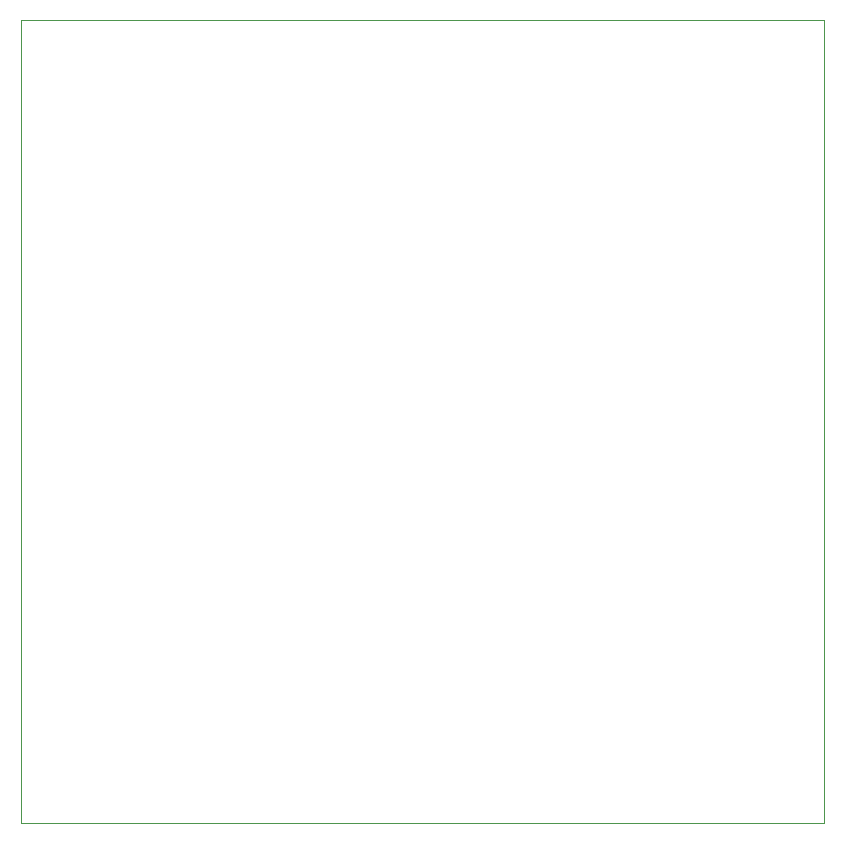
<source format=gbr>
G04 #@! TF.GenerationSoftware,KiCad,Pcbnew,7.0.8*
G04 #@! TF.CreationDate,2024-03-04T21:00:39+02:00*
G04 #@! TF.ProjectId,radofin,7261646f-6669-46e2-9e6b-696361645f70,rev?*
G04 #@! TF.SameCoordinates,Original*
G04 #@! TF.FileFunction,Profile,NP*
%FSLAX46Y46*%
G04 Gerber Fmt 4.6, Leading zero omitted, Abs format (unit mm)*
G04 Created by KiCad (PCBNEW 7.0.8) date 2024-03-04 21:00:39*
%MOMM*%
%LPD*%
G01*
G04 APERTURE LIST*
G04 #@! TA.AperFunction,Profile*
%ADD10C,0.100000*%
G04 #@! TD*
G04 APERTURE END LIST*
D10*
X84000000Y-51500000D02*
X152000000Y-51500000D01*
X152000000Y-119500000D01*
X84000000Y-119500000D01*
X84000000Y-51500000D01*
M02*

</source>
